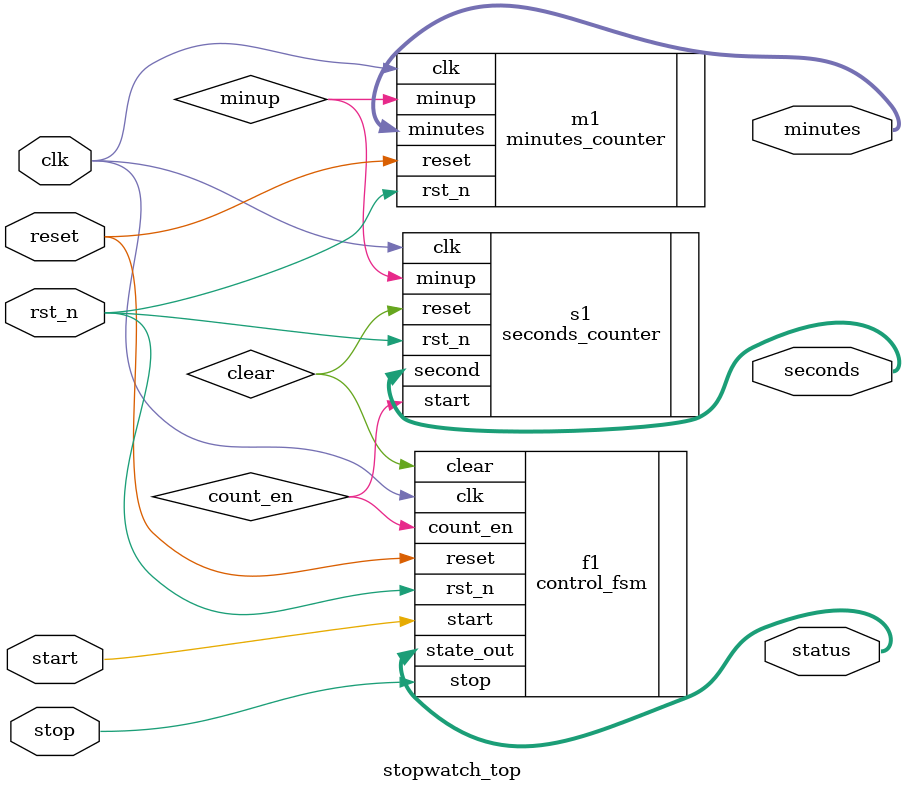
<source format=v>
module stopwatch_top (
input wire clk,
input wire rst_n,
input wire start,
input wire stop,
input wire reset,
output wire [7:0] minutes,
output wire [5:0] seconds,
output wire [1:0] status
);
wire count_en,clear,minup;
control_fsm f1(.clk(clk),.rst_n(rst_n),.start(start),.stop(stop),.reset(reset),.count_en(count_en),.clear(clear),.state_out(status));
seconds_counter s1(.clk(clk),.rst_n(rst_n),.start(count_en),.reset(clear),.second(seconds),.minup(minup));
minutes_counter m1(.clk(clk),.rst_n(rst_n),.reset(reset),.minup(minup),.minutes(minutes));
/*.count_en(count_en_global),.clear(clear_internal),
input wire clk,rst_n,start,reset,output reg [5:0]second,output wire minup*/

endmodule

</source>
